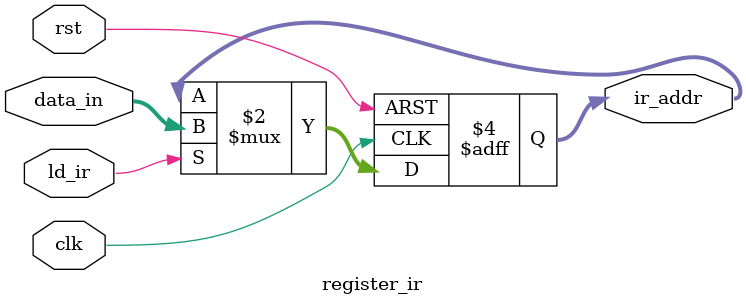
<source format=v>
module register_ir (
    input clk,
    input rst,
    input ld_ir,
    input [7:0] data_in,
    output reg [7:0] ir_addr
);
    always @(posedge clk or posedge rst) begin
        if (rst) begin
            ir_addr <= 0;
        end else if (ld_ir) begin
            ir_addr <= data_in;
        end
    end
endmodule
</source>
